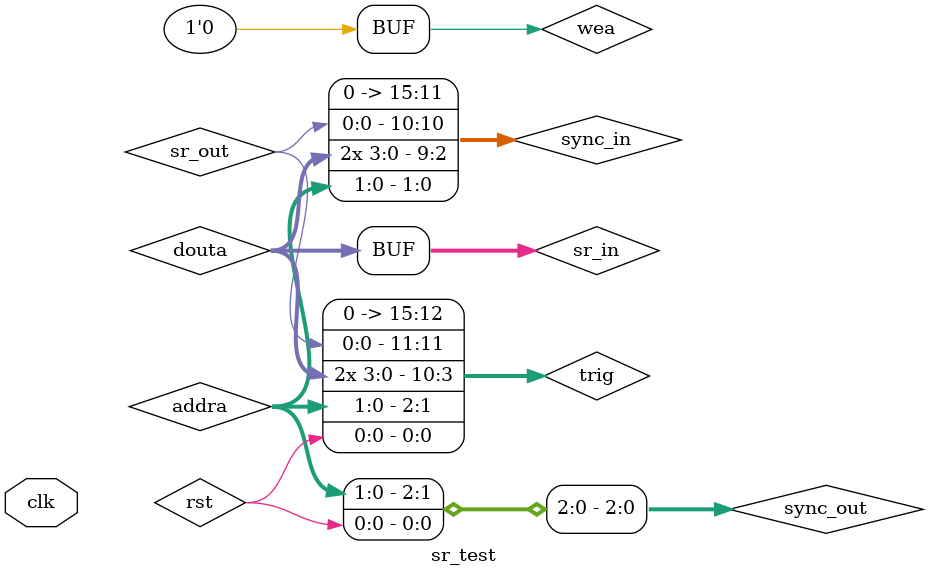
<source format=v>


`timescale 1ns / 1ps

module sr_test(
	input clk
    );
	 
	 wire wea;
	 wire [3:0] dina, douta;
	 wire [1:0] addra;
	 
	 wire [3:0] sr_in;
	 wire sr_out;
	 wire rst;
	 
	 wire [35:0] control_0, control_1;
	 wire [15:0] trig;
	 wire [15:0] sync_in, sync_out;
	 
	 assign wea = 0;

//-------------------------------------------------
//           trigger and syncs assignment
//-------------------------------------------------
	 
	 
	 assign trig = {4'b0, sr_out, sr_in, douta, addra, rst};
	
	 assign sync_in = {7'b0, sr_out, sr_in, douta, addra};
	 assign rst = sync_out[0];
	 
	 assign addra = sync_out[2:1];
	 
	
//-------------------------------------------------
//                     BRAM
//-------------------------------------------------

	 
	 bram bram_3(
	  .clka(clk), // input clka
	  .wea(wea), // input [0 : 0] wea
	  .addra(addra), // input [1 : 0] addra
	  .dina(dina), // input [7 : 0] dina
	  .douta(douta) // output [7 : 0] douta
	);
	

//-------------------------------------------------
//               ChipScope modules
//-------------------------------------------------

	icon icon_3(
		 .CONTROL0(control_0), // INOUT BUS [35:0]
		 .CONTROL1(control_1) // INOUT BUS [35:0]
		);

	
	ila ila_3(
		 .CONTROL(control_1), // INOUT BUS [35:0]
		 .CLK(clk), // IN
		 .TRIG0(trig) // IN BUS [15:0]
		);

	vio vio_3(
		 .CONTROL(control_0), // INOUT BUS [35:0]
		 .CLK(clk), // IN
		 .SYNC_IN(sync_in), // IN BUS [15:0]
		 .SYNC_OUT(sync_out) // OUT BUS [15:0]
		);
		
//-------------------------------------------------
//                shift register
//-------------------------------------------------

	sr #(4) sr_3(
		.sr_in(sr_in),
		.clk(clk), 
		.rst(rst),  // this reset is to load new data into the shift register
		.sr_out(sr_out)
		 );
	
	assign sr_in = douta;

/*
	always@(posedge clk)
	begin
		if(rst)
			sr_temp <= sr_in;
			
		else
			sr_temp <= {sr_temp[0], sr_temp[3:1]};
	end
	
	assign sr_out = sr_temp[3];
*/



endmodule

</source>
